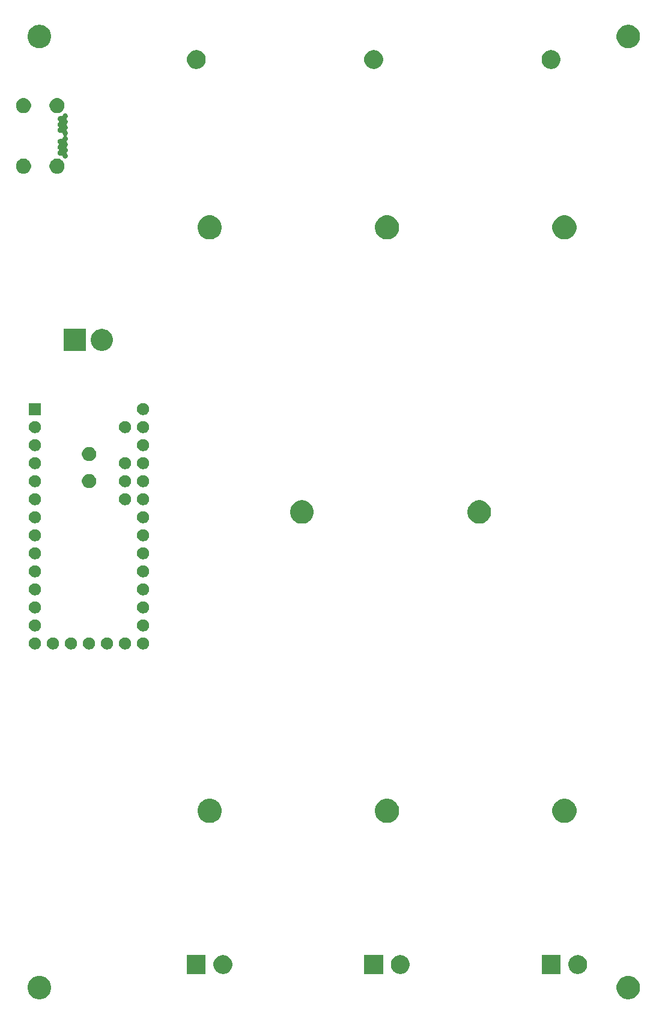
<source format=gbr>
G04 #@! TF.GenerationSoftware,KiCad,Pcbnew,(5.1.5)-3*
G04 #@! TF.CreationDate,2020-02-27T12:36:17+00:00*
G04 #@! TF.ProjectId,midi fader alps 100mm,6d696469-2066-4616-9465-7220616c7073,rev?*
G04 #@! TF.SameCoordinates,Original*
G04 #@! TF.FileFunction,Soldermask,Bot*
G04 #@! TF.FilePolarity,Negative*
%FSLAX46Y46*%
G04 Gerber Fmt 4.6, Leading zero omitted, Abs format (unit mm)*
G04 Created by KiCad (PCBNEW (5.1.5)-3) date 2020-02-27 12:36:17*
%MOMM*%
%LPD*%
G04 APERTURE LIST*
%ADD10C,0.100000*%
G04 APERTURE END LIST*
D10*
G36*
X207375256Y-184391298D02*
G01*
X207481579Y-184412447D01*
X207782042Y-184536903D01*
X208052451Y-184717585D01*
X208282415Y-184947549D01*
X208463097Y-185217958D01*
X208587553Y-185518421D01*
X208651000Y-185837391D01*
X208651000Y-186162609D01*
X208587553Y-186481579D01*
X208463097Y-186782042D01*
X208282415Y-187052451D01*
X208052451Y-187282415D01*
X207782042Y-187463097D01*
X207481579Y-187587553D01*
X207375256Y-187608702D01*
X207162611Y-187651000D01*
X206837389Y-187651000D01*
X206624744Y-187608702D01*
X206518421Y-187587553D01*
X206217958Y-187463097D01*
X205947549Y-187282415D01*
X205717585Y-187052451D01*
X205536903Y-186782042D01*
X205412447Y-186481579D01*
X205349000Y-186162609D01*
X205349000Y-185837391D01*
X205412447Y-185518421D01*
X205536903Y-185217958D01*
X205717585Y-184947549D01*
X205947549Y-184717585D01*
X206217958Y-184536903D01*
X206518421Y-184412447D01*
X206624744Y-184391298D01*
X206837389Y-184349000D01*
X207162611Y-184349000D01*
X207375256Y-184391298D01*
G37*
G36*
X124375256Y-184391298D02*
G01*
X124481579Y-184412447D01*
X124782042Y-184536903D01*
X125052451Y-184717585D01*
X125282415Y-184947549D01*
X125463097Y-185217958D01*
X125587553Y-185518421D01*
X125651000Y-185837391D01*
X125651000Y-186162609D01*
X125587553Y-186481579D01*
X125463097Y-186782042D01*
X125282415Y-187052451D01*
X125052451Y-187282415D01*
X124782042Y-187463097D01*
X124481579Y-187587553D01*
X124375256Y-187608702D01*
X124162611Y-187651000D01*
X123837389Y-187651000D01*
X123624744Y-187608702D01*
X123518421Y-187587553D01*
X123217958Y-187463097D01*
X122947549Y-187282415D01*
X122717585Y-187052451D01*
X122536903Y-186782042D01*
X122412447Y-186481579D01*
X122349000Y-186162609D01*
X122349000Y-185837391D01*
X122412447Y-185518421D01*
X122536903Y-185217958D01*
X122717585Y-184947549D01*
X122947549Y-184717585D01*
X123217958Y-184536903D01*
X123518421Y-184412447D01*
X123624744Y-184391298D01*
X123837389Y-184349000D01*
X124162611Y-184349000D01*
X124375256Y-184391298D01*
G37*
G36*
X200133690Y-181449478D02*
G01*
X200261780Y-181474957D01*
X200503097Y-181574914D01*
X200720276Y-181720029D01*
X200904971Y-181904724D01*
X201050086Y-182121903D01*
X201150043Y-182363220D01*
X201201000Y-182619400D01*
X201201000Y-182880600D01*
X201150043Y-183136780D01*
X201050086Y-183378097D01*
X200904971Y-183595276D01*
X200720276Y-183779971D01*
X200503097Y-183925086D01*
X200261780Y-184025043D01*
X200133690Y-184050521D01*
X200005601Y-184076000D01*
X199744399Y-184076000D01*
X199616310Y-184050522D01*
X199488220Y-184025043D01*
X199246903Y-183925086D01*
X199029724Y-183779971D01*
X198845029Y-183595276D01*
X198699914Y-183378097D01*
X198599957Y-183136780D01*
X198549000Y-182880600D01*
X198549000Y-182619400D01*
X198599957Y-182363220D01*
X198699914Y-182121903D01*
X198845029Y-181904724D01*
X199029724Y-181720029D01*
X199246903Y-181574914D01*
X199488220Y-181474957D01*
X199616310Y-181449478D01*
X199744399Y-181424000D01*
X200005601Y-181424000D01*
X200133690Y-181449478D01*
G37*
G36*
X197451000Y-184076000D02*
G01*
X194799000Y-184076000D01*
X194799000Y-181424000D01*
X197451000Y-181424000D01*
X197451000Y-184076000D01*
G37*
G36*
X175133690Y-181449478D02*
G01*
X175261780Y-181474957D01*
X175503097Y-181574914D01*
X175720276Y-181720029D01*
X175904971Y-181904724D01*
X176050086Y-182121903D01*
X176150043Y-182363220D01*
X176201000Y-182619400D01*
X176201000Y-182880600D01*
X176150043Y-183136780D01*
X176050086Y-183378097D01*
X175904971Y-183595276D01*
X175720276Y-183779971D01*
X175503097Y-183925086D01*
X175261780Y-184025043D01*
X175133690Y-184050521D01*
X175005601Y-184076000D01*
X174744399Y-184076000D01*
X174616310Y-184050522D01*
X174488220Y-184025043D01*
X174246903Y-183925086D01*
X174029724Y-183779971D01*
X173845029Y-183595276D01*
X173699914Y-183378097D01*
X173599957Y-183136780D01*
X173549000Y-182880600D01*
X173549000Y-182619400D01*
X173599957Y-182363220D01*
X173699914Y-182121903D01*
X173845029Y-181904724D01*
X174029724Y-181720029D01*
X174246903Y-181574914D01*
X174488220Y-181474957D01*
X174616310Y-181449478D01*
X174744399Y-181424000D01*
X175005601Y-181424000D01*
X175133690Y-181449478D01*
G37*
G36*
X172451000Y-184076000D02*
G01*
X169799000Y-184076000D01*
X169799000Y-181424000D01*
X172451000Y-181424000D01*
X172451000Y-184076000D01*
G37*
G36*
X150133690Y-181449478D02*
G01*
X150261780Y-181474957D01*
X150503097Y-181574914D01*
X150720276Y-181720029D01*
X150904971Y-181904724D01*
X151050086Y-182121903D01*
X151150043Y-182363220D01*
X151201000Y-182619400D01*
X151201000Y-182880600D01*
X151150043Y-183136780D01*
X151050086Y-183378097D01*
X150904971Y-183595276D01*
X150720276Y-183779971D01*
X150503097Y-183925086D01*
X150261780Y-184025043D01*
X150133690Y-184050521D01*
X150005601Y-184076000D01*
X149744399Y-184076000D01*
X149616310Y-184050522D01*
X149488220Y-184025043D01*
X149246903Y-183925086D01*
X149029724Y-183779971D01*
X148845029Y-183595276D01*
X148699914Y-183378097D01*
X148599957Y-183136780D01*
X148549000Y-182880600D01*
X148549000Y-182619400D01*
X148599957Y-182363220D01*
X148699914Y-182121903D01*
X148845029Y-181904724D01*
X149029724Y-181720029D01*
X149246903Y-181574914D01*
X149488220Y-181474957D01*
X149616310Y-181449478D01*
X149744399Y-181424000D01*
X150005601Y-181424000D01*
X150133690Y-181449478D01*
G37*
G36*
X147451000Y-184076000D02*
G01*
X144799000Y-184076000D01*
X144799000Y-181424000D01*
X147451000Y-181424000D01*
X147451000Y-184076000D01*
G37*
G36*
X148496162Y-159464368D02*
G01*
X148805724Y-159592593D01*
X148805725Y-159592594D01*
X149084324Y-159778747D01*
X149321253Y-160015676D01*
X149445637Y-160201830D01*
X149507407Y-160294276D01*
X149635632Y-160603838D01*
X149701000Y-160932465D01*
X149701000Y-161267535D01*
X149635632Y-161596162D01*
X149507407Y-161905724D01*
X149507406Y-161905725D01*
X149321253Y-162184324D01*
X149084324Y-162421253D01*
X148898170Y-162545637D01*
X148805724Y-162607407D01*
X148496162Y-162735632D01*
X148167535Y-162801000D01*
X147832465Y-162801000D01*
X147503838Y-162735632D01*
X147194276Y-162607407D01*
X147101830Y-162545637D01*
X146915676Y-162421253D01*
X146678747Y-162184324D01*
X146492594Y-161905725D01*
X146492593Y-161905724D01*
X146364368Y-161596162D01*
X146299000Y-161267535D01*
X146299000Y-160932465D01*
X146364368Y-160603838D01*
X146492593Y-160294276D01*
X146554363Y-160201830D01*
X146678747Y-160015676D01*
X146915676Y-159778747D01*
X147194275Y-159592594D01*
X147194276Y-159592593D01*
X147503838Y-159464368D01*
X147832465Y-159399000D01*
X148167535Y-159399000D01*
X148496162Y-159464368D01*
G37*
G36*
X173496162Y-159464368D02*
G01*
X173805724Y-159592593D01*
X173805725Y-159592594D01*
X174084324Y-159778747D01*
X174321253Y-160015676D01*
X174445637Y-160201830D01*
X174507407Y-160294276D01*
X174635632Y-160603838D01*
X174701000Y-160932465D01*
X174701000Y-161267535D01*
X174635632Y-161596162D01*
X174507407Y-161905724D01*
X174507406Y-161905725D01*
X174321253Y-162184324D01*
X174084324Y-162421253D01*
X173898170Y-162545637D01*
X173805724Y-162607407D01*
X173496162Y-162735632D01*
X173167535Y-162801000D01*
X172832465Y-162801000D01*
X172503838Y-162735632D01*
X172194276Y-162607407D01*
X172101830Y-162545637D01*
X171915676Y-162421253D01*
X171678747Y-162184324D01*
X171492594Y-161905725D01*
X171492593Y-161905724D01*
X171364368Y-161596162D01*
X171299000Y-161267535D01*
X171299000Y-160932465D01*
X171364368Y-160603838D01*
X171492593Y-160294276D01*
X171554363Y-160201830D01*
X171678747Y-160015676D01*
X171915676Y-159778747D01*
X172194275Y-159592594D01*
X172194276Y-159592593D01*
X172503838Y-159464368D01*
X172832465Y-159399000D01*
X173167535Y-159399000D01*
X173496162Y-159464368D01*
G37*
G36*
X198496162Y-159464368D02*
G01*
X198805724Y-159592593D01*
X198805725Y-159592594D01*
X199084324Y-159778747D01*
X199321253Y-160015676D01*
X199445637Y-160201830D01*
X199507407Y-160294276D01*
X199635632Y-160603838D01*
X199701000Y-160932465D01*
X199701000Y-161267535D01*
X199635632Y-161596162D01*
X199507407Y-161905724D01*
X199507406Y-161905725D01*
X199321253Y-162184324D01*
X199084324Y-162421253D01*
X198898170Y-162545637D01*
X198805724Y-162607407D01*
X198496162Y-162735632D01*
X198167535Y-162801000D01*
X197832465Y-162801000D01*
X197503838Y-162735632D01*
X197194276Y-162607407D01*
X197101830Y-162545637D01*
X196915676Y-162421253D01*
X196678747Y-162184324D01*
X196492594Y-161905725D01*
X196492593Y-161905724D01*
X196364368Y-161596162D01*
X196299000Y-161267535D01*
X196299000Y-160932465D01*
X196364368Y-160603838D01*
X196492593Y-160294276D01*
X196554363Y-160201830D01*
X196678747Y-160015676D01*
X196915676Y-159778747D01*
X197194275Y-159592594D01*
X197194276Y-159592593D01*
X197503838Y-159464368D01*
X197832465Y-159399000D01*
X198167535Y-159399000D01*
X198496162Y-159464368D01*
G37*
G36*
X138868228Y-136691703D02*
G01*
X139023100Y-136755853D01*
X139162481Y-136848985D01*
X139281015Y-136967519D01*
X139374147Y-137106900D01*
X139438297Y-137261772D01*
X139471000Y-137426184D01*
X139471000Y-137593816D01*
X139438297Y-137758228D01*
X139374147Y-137913100D01*
X139281015Y-138052481D01*
X139162481Y-138171015D01*
X139023100Y-138264147D01*
X138868228Y-138328297D01*
X138703816Y-138361000D01*
X138536184Y-138361000D01*
X138371772Y-138328297D01*
X138216900Y-138264147D01*
X138077519Y-138171015D01*
X137958985Y-138052481D01*
X137865853Y-137913100D01*
X137801703Y-137758228D01*
X137769000Y-137593816D01*
X137769000Y-137426184D01*
X137801703Y-137261772D01*
X137865853Y-137106900D01*
X137958985Y-136967519D01*
X138077519Y-136848985D01*
X138216900Y-136755853D01*
X138371772Y-136691703D01*
X138536184Y-136659000D01*
X138703816Y-136659000D01*
X138868228Y-136691703D01*
G37*
G36*
X131248228Y-136691703D02*
G01*
X131403100Y-136755853D01*
X131542481Y-136848985D01*
X131661015Y-136967519D01*
X131754147Y-137106900D01*
X131818297Y-137261772D01*
X131851000Y-137426184D01*
X131851000Y-137593816D01*
X131818297Y-137758228D01*
X131754147Y-137913100D01*
X131661015Y-138052481D01*
X131542481Y-138171015D01*
X131403100Y-138264147D01*
X131248228Y-138328297D01*
X131083816Y-138361000D01*
X130916184Y-138361000D01*
X130751772Y-138328297D01*
X130596900Y-138264147D01*
X130457519Y-138171015D01*
X130338985Y-138052481D01*
X130245853Y-137913100D01*
X130181703Y-137758228D01*
X130149000Y-137593816D01*
X130149000Y-137426184D01*
X130181703Y-137261772D01*
X130245853Y-137106900D01*
X130338985Y-136967519D01*
X130457519Y-136848985D01*
X130596900Y-136755853D01*
X130751772Y-136691703D01*
X130916184Y-136659000D01*
X131083816Y-136659000D01*
X131248228Y-136691703D01*
G37*
G36*
X133788228Y-136691703D02*
G01*
X133943100Y-136755853D01*
X134082481Y-136848985D01*
X134201015Y-136967519D01*
X134294147Y-137106900D01*
X134358297Y-137261772D01*
X134391000Y-137426184D01*
X134391000Y-137593816D01*
X134358297Y-137758228D01*
X134294147Y-137913100D01*
X134201015Y-138052481D01*
X134082481Y-138171015D01*
X133943100Y-138264147D01*
X133788228Y-138328297D01*
X133623816Y-138361000D01*
X133456184Y-138361000D01*
X133291772Y-138328297D01*
X133136900Y-138264147D01*
X132997519Y-138171015D01*
X132878985Y-138052481D01*
X132785853Y-137913100D01*
X132721703Y-137758228D01*
X132689000Y-137593816D01*
X132689000Y-137426184D01*
X132721703Y-137261772D01*
X132785853Y-137106900D01*
X132878985Y-136967519D01*
X132997519Y-136848985D01*
X133136900Y-136755853D01*
X133291772Y-136691703D01*
X133456184Y-136659000D01*
X133623816Y-136659000D01*
X133788228Y-136691703D01*
G37*
G36*
X136328228Y-136691703D02*
G01*
X136483100Y-136755853D01*
X136622481Y-136848985D01*
X136741015Y-136967519D01*
X136834147Y-137106900D01*
X136898297Y-137261772D01*
X136931000Y-137426184D01*
X136931000Y-137593816D01*
X136898297Y-137758228D01*
X136834147Y-137913100D01*
X136741015Y-138052481D01*
X136622481Y-138171015D01*
X136483100Y-138264147D01*
X136328228Y-138328297D01*
X136163816Y-138361000D01*
X135996184Y-138361000D01*
X135831772Y-138328297D01*
X135676900Y-138264147D01*
X135537519Y-138171015D01*
X135418985Y-138052481D01*
X135325853Y-137913100D01*
X135261703Y-137758228D01*
X135229000Y-137593816D01*
X135229000Y-137426184D01*
X135261703Y-137261772D01*
X135325853Y-137106900D01*
X135418985Y-136967519D01*
X135537519Y-136848985D01*
X135676900Y-136755853D01*
X135831772Y-136691703D01*
X135996184Y-136659000D01*
X136163816Y-136659000D01*
X136328228Y-136691703D01*
G37*
G36*
X128708228Y-136691703D02*
G01*
X128863100Y-136755853D01*
X129002481Y-136848985D01*
X129121015Y-136967519D01*
X129214147Y-137106900D01*
X129278297Y-137261772D01*
X129311000Y-137426184D01*
X129311000Y-137593816D01*
X129278297Y-137758228D01*
X129214147Y-137913100D01*
X129121015Y-138052481D01*
X129002481Y-138171015D01*
X128863100Y-138264147D01*
X128708228Y-138328297D01*
X128543816Y-138361000D01*
X128376184Y-138361000D01*
X128211772Y-138328297D01*
X128056900Y-138264147D01*
X127917519Y-138171015D01*
X127798985Y-138052481D01*
X127705853Y-137913100D01*
X127641703Y-137758228D01*
X127609000Y-137593816D01*
X127609000Y-137426184D01*
X127641703Y-137261772D01*
X127705853Y-137106900D01*
X127798985Y-136967519D01*
X127917519Y-136848985D01*
X128056900Y-136755853D01*
X128211772Y-136691703D01*
X128376184Y-136659000D01*
X128543816Y-136659000D01*
X128708228Y-136691703D01*
G37*
G36*
X126168228Y-136691703D02*
G01*
X126323100Y-136755853D01*
X126462481Y-136848985D01*
X126581015Y-136967519D01*
X126674147Y-137106900D01*
X126738297Y-137261772D01*
X126771000Y-137426184D01*
X126771000Y-137593816D01*
X126738297Y-137758228D01*
X126674147Y-137913100D01*
X126581015Y-138052481D01*
X126462481Y-138171015D01*
X126323100Y-138264147D01*
X126168228Y-138328297D01*
X126003816Y-138361000D01*
X125836184Y-138361000D01*
X125671772Y-138328297D01*
X125516900Y-138264147D01*
X125377519Y-138171015D01*
X125258985Y-138052481D01*
X125165853Y-137913100D01*
X125101703Y-137758228D01*
X125069000Y-137593816D01*
X125069000Y-137426184D01*
X125101703Y-137261772D01*
X125165853Y-137106900D01*
X125258985Y-136967519D01*
X125377519Y-136848985D01*
X125516900Y-136755853D01*
X125671772Y-136691703D01*
X125836184Y-136659000D01*
X126003816Y-136659000D01*
X126168228Y-136691703D01*
G37*
G36*
X123628228Y-136691703D02*
G01*
X123783100Y-136755853D01*
X123922481Y-136848985D01*
X124041015Y-136967519D01*
X124134147Y-137106900D01*
X124198297Y-137261772D01*
X124231000Y-137426184D01*
X124231000Y-137593816D01*
X124198297Y-137758228D01*
X124134147Y-137913100D01*
X124041015Y-138052481D01*
X123922481Y-138171015D01*
X123783100Y-138264147D01*
X123628228Y-138328297D01*
X123463816Y-138361000D01*
X123296184Y-138361000D01*
X123131772Y-138328297D01*
X122976900Y-138264147D01*
X122837519Y-138171015D01*
X122718985Y-138052481D01*
X122625853Y-137913100D01*
X122561703Y-137758228D01*
X122529000Y-137593816D01*
X122529000Y-137426184D01*
X122561703Y-137261772D01*
X122625853Y-137106900D01*
X122718985Y-136967519D01*
X122837519Y-136848985D01*
X122976900Y-136755853D01*
X123131772Y-136691703D01*
X123296184Y-136659000D01*
X123463816Y-136659000D01*
X123628228Y-136691703D01*
G37*
G36*
X123628228Y-134151703D02*
G01*
X123783100Y-134215853D01*
X123922481Y-134308985D01*
X124041015Y-134427519D01*
X124134147Y-134566900D01*
X124198297Y-134721772D01*
X124231000Y-134886184D01*
X124231000Y-135053816D01*
X124198297Y-135218228D01*
X124134147Y-135373100D01*
X124041015Y-135512481D01*
X123922481Y-135631015D01*
X123783100Y-135724147D01*
X123628228Y-135788297D01*
X123463816Y-135821000D01*
X123296184Y-135821000D01*
X123131772Y-135788297D01*
X122976900Y-135724147D01*
X122837519Y-135631015D01*
X122718985Y-135512481D01*
X122625853Y-135373100D01*
X122561703Y-135218228D01*
X122529000Y-135053816D01*
X122529000Y-134886184D01*
X122561703Y-134721772D01*
X122625853Y-134566900D01*
X122718985Y-134427519D01*
X122837519Y-134308985D01*
X122976900Y-134215853D01*
X123131772Y-134151703D01*
X123296184Y-134119000D01*
X123463816Y-134119000D01*
X123628228Y-134151703D01*
G37*
G36*
X138868228Y-134151703D02*
G01*
X139023100Y-134215853D01*
X139162481Y-134308985D01*
X139281015Y-134427519D01*
X139374147Y-134566900D01*
X139438297Y-134721772D01*
X139471000Y-134886184D01*
X139471000Y-135053816D01*
X139438297Y-135218228D01*
X139374147Y-135373100D01*
X139281015Y-135512481D01*
X139162481Y-135631015D01*
X139023100Y-135724147D01*
X138868228Y-135788297D01*
X138703816Y-135821000D01*
X138536184Y-135821000D01*
X138371772Y-135788297D01*
X138216900Y-135724147D01*
X138077519Y-135631015D01*
X137958985Y-135512481D01*
X137865853Y-135373100D01*
X137801703Y-135218228D01*
X137769000Y-135053816D01*
X137769000Y-134886184D01*
X137801703Y-134721772D01*
X137865853Y-134566900D01*
X137958985Y-134427519D01*
X138077519Y-134308985D01*
X138216900Y-134215853D01*
X138371772Y-134151703D01*
X138536184Y-134119000D01*
X138703816Y-134119000D01*
X138868228Y-134151703D01*
G37*
G36*
X138868228Y-131611703D02*
G01*
X139023100Y-131675853D01*
X139162481Y-131768985D01*
X139281015Y-131887519D01*
X139374147Y-132026900D01*
X139438297Y-132181772D01*
X139471000Y-132346184D01*
X139471000Y-132513816D01*
X139438297Y-132678228D01*
X139374147Y-132833100D01*
X139281015Y-132972481D01*
X139162481Y-133091015D01*
X139023100Y-133184147D01*
X138868228Y-133248297D01*
X138703816Y-133281000D01*
X138536184Y-133281000D01*
X138371772Y-133248297D01*
X138216900Y-133184147D01*
X138077519Y-133091015D01*
X137958985Y-132972481D01*
X137865853Y-132833100D01*
X137801703Y-132678228D01*
X137769000Y-132513816D01*
X137769000Y-132346184D01*
X137801703Y-132181772D01*
X137865853Y-132026900D01*
X137958985Y-131887519D01*
X138077519Y-131768985D01*
X138216900Y-131675853D01*
X138371772Y-131611703D01*
X138536184Y-131579000D01*
X138703816Y-131579000D01*
X138868228Y-131611703D01*
G37*
G36*
X123628228Y-131611703D02*
G01*
X123783100Y-131675853D01*
X123922481Y-131768985D01*
X124041015Y-131887519D01*
X124134147Y-132026900D01*
X124198297Y-132181772D01*
X124231000Y-132346184D01*
X124231000Y-132513816D01*
X124198297Y-132678228D01*
X124134147Y-132833100D01*
X124041015Y-132972481D01*
X123922481Y-133091015D01*
X123783100Y-133184147D01*
X123628228Y-133248297D01*
X123463816Y-133281000D01*
X123296184Y-133281000D01*
X123131772Y-133248297D01*
X122976900Y-133184147D01*
X122837519Y-133091015D01*
X122718985Y-132972481D01*
X122625853Y-132833100D01*
X122561703Y-132678228D01*
X122529000Y-132513816D01*
X122529000Y-132346184D01*
X122561703Y-132181772D01*
X122625853Y-132026900D01*
X122718985Y-131887519D01*
X122837519Y-131768985D01*
X122976900Y-131675853D01*
X123131772Y-131611703D01*
X123296184Y-131579000D01*
X123463816Y-131579000D01*
X123628228Y-131611703D01*
G37*
G36*
X138868228Y-129071703D02*
G01*
X139023100Y-129135853D01*
X139162481Y-129228985D01*
X139281015Y-129347519D01*
X139374147Y-129486900D01*
X139438297Y-129641772D01*
X139471000Y-129806184D01*
X139471000Y-129973816D01*
X139438297Y-130138228D01*
X139374147Y-130293100D01*
X139281015Y-130432481D01*
X139162481Y-130551015D01*
X139023100Y-130644147D01*
X138868228Y-130708297D01*
X138703816Y-130741000D01*
X138536184Y-130741000D01*
X138371772Y-130708297D01*
X138216900Y-130644147D01*
X138077519Y-130551015D01*
X137958985Y-130432481D01*
X137865853Y-130293100D01*
X137801703Y-130138228D01*
X137769000Y-129973816D01*
X137769000Y-129806184D01*
X137801703Y-129641772D01*
X137865853Y-129486900D01*
X137958985Y-129347519D01*
X138077519Y-129228985D01*
X138216900Y-129135853D01*
X138371772Y-129071703D01*
X138536184Y-129039000D01*
X138703816Y-129039000D01*
X138868228Y-129071703D01*
G37*
G36*
X123628228Y-129071703D02*
G01*
X123783100Y-129135853D01*
X123922481Y-129228985D01*
X124041015Y-129347519D01*
X124134147Y-129486900D01*
X124198297Y-129641772D01*
X124231000Y-129806184D01*
X124231000Y-129973816D01*
X124198297Y-130138228D01*
X124134147Y-130293100D01*
X124041015Y-130432481D01*
X123922481Y-130551015D01*
X123783100Y-130644147D01*
X123628228Y-130708297D01*
X123463816Y-130741000D01*
X123296184Y-130741000D01*
X123131772Y-130708297D01*
X122976900Y-130644147D01*
X122837519Y-130551015D01*
X122718985Y-130432481D01*
X122625853Y-130293100D01*
X122561703Y-130138228D01*
X122529000Y-129973816D01*
X122529000Y-129806184D01*
X122561703Y-129641772D01*
X122625853Y-129486900D01*
X122718985Y-129347519D01*
X122837519Y-129228985D01*
X122976900Y-129135853D01*
X123131772Y-129071703D01*
X123296184Y-129039000D01*
X123463816Y-129039000D01*
X123628228Y-129071703D01*
G37*
G36*
X123628228Y-126531703D02*
G01*
X123783100Y-126595853D01*
X123922481Y-126688985D01*
X124041015Y-126807519D01*
X124134147Y-126946900D01*
X124198297Y-127101772D01*
X124231000Y-127266184D01*
X124231000Y-127433816D01*
X124198297Y-127598228D01*
X124134147Y-127753100D01*
X124041015Y-127892481D01*
X123922481Y-128011015D01*
X123783100Y-128104147D01*
X123628228Y-128168297D01*
X123463816Y-128201000D01*
X123296184Y-128201000D01*
X123131772Y-128168297D01*
X122976900Y-128104147D01*
X122837519Y-128011015D01*
X122718985Y-127892481D01*
X122625853Y-127753100D01*
X122561703Y-127598228D01*
X122529000Y-127433816D01*
X122529000Y-127266184D01*
X122561703Y-127101772D01*
X122625853Y-126946900D01*
X122718985Y-126807519D01*
X122837519Y-126688985D01*
X122976900Y-126595853D01*
X123131772Y-126531703D01*
X123296184Y-126499000D01*
X123463816Y-126499000D01*
X123628228Y-126531703D01*
G37*
G36*
X138868228Y-126531703D02*
G01*
X139023100Y-126595853D01*
X139162481Y-126688985D01*
X139281015Y-126807519D01*
X139374147Y-126946900D01*
X139438297Y-127101772D01*
X139471000Y-127266184D01*
X139471000Y-127433816D01*
X139438297Y-127598228D01*
X139374147Y-127753100D01*
X139281015Y-127892481D01*
X139162481Y-128011015D01*
X139023100Y-128104147D01*
X138868228Y-128168297D01*
X138703816Y-128201000D01*
X138536184Y-128201000D01*
X138371772Y-128168297D01*
X138216900Y-128104147D01*
X138077519Y-128011015D01*
X137958985Y-127892481D01*
X137865853Y-127753100D01*
X137801703Y-127598228D01*
X137769000Y-127433816D01*
X137769000Y-127266184D01*
X137801703Y-127101772D01*
X137865853Y-126946900D01*
X137958985Y-126807519D01*
X138077519Y-126688985D01*
X138216900Y-126595853D01*
X138371772Y-126531703D01*
X138536184Y-126499000D01*
X138703816Y-126499000D01*
X138868228Y-126531703D01*
G37*
G36*
X138868228Y-123991703D02*
G01*
X139023100Y-124055853D01*
X139162481Y-124148985D01*
X139281015Y-124267519D01*
X139374147Y-124406900D01*
X139438297Y-124561772D01*
X139471000Y-124726184D01*
X139471000Y-124893816D01*
X139438297Y-125058228D01*
X139374147Y-125213100D01*
X139281015Y-125352481D01*
X139162481Y-125471015D01*
X139023100Y-125564147D01*
X138868228Y-125628297D01*
X138703816Y-125661000D01*
X138536184Y-125661000D01*
X138371772Y-125628297D01*
X138216900Y-125564147D01*
X138077519Y-125471015D01*
X137958985Y-125352481D01*
X137865853Y-125213100D01*
X137801703Y-125058228D01*
X137769000Y-124893816D01*
X137769000Y-124726184D01*
X137801703Y-124561772D01*
X137865853Y-124406900D01*
X137958985Y-124267519D01*
X138077519Y-124148985D01*
X138216900Y-124055853D01*
X138371772Y-123991703D01*
X138536184Y-123959000D01*
X138703816Y-123959000D01*
X138868228Y-123991703D01*
G37*
G36*
X123628228Y-123991703D02*
G01*
X123783100Y-124055853D01*
X123922481Y-124148985D01*
X124041015Y-124267519D01*
X124134147Y-124406900D01*
X124198297Y-124561772D01*
X124231000Y-124726184D01*
X124231000Y-124893816D01*
X124198297Y-125058228D01*
X124134147Y-125213100D01*
X124041015Y-125352481D01*
X123922481Y-125471015D01*
X123783100Y-125564147D01*
X123628228Y-125628297D01*
X123463816Y-125661000D01*
X123296184Y-125661000D01*
X123131772Y-125628297D01*
X122976900Y-125564147D01*
X122837519Y-125471015D01*
X122718985Y-125352481D01*
X122625853Y-125213100D01*
X122561703Y-125058228D01*
X122529000Y-124893816D01*
X122529000Y-124726184D01*
X122561703Y-124561772D01*
X122625853Y-124406900D01*
X122718985Y-124267519D01*
X122837519Y-124148985D01*
X122976900Y-124055853D01*
X123131772Y-123991703D01*
X123296184Y-123959000D01*
X123463816Y-123959000D01*
X123628228Y-123991703D01*
G37*
G36*
X123628228Y-121451703D02*
G01*
X123783100Y-121515853D01*
X123922481Y-121608985D01*
X124041015Y-121727519D01*
X124134147Y-121866900D01*
X124198297Y-122021772D01*
X124231000Y-122186184D01*
X124231000Y-122353816D01*
X124198297Y-122518228D01*
X124134147Y-122673100D01*
X124041015Y-122812481D01*
X123922481Y-122931015D01*
X123783100Y-123024147D01*
X123628228Y-123088297D01*
X123463816Y-123121000D01*
X123296184Y-123121000D01*
X123131772Y-123088297D01*
X122976900Y-123024147D01*
X122837519Y-122931015D01*
X122718985Y-122812481D01*
X122625853Y-122673100D01*
X122561703Y-122518228D01*
X122529000Y-122353816D01*
X122529000Y-122186184D01*
X122561703Y-122021772D01*
X122625853Y-121866900D01*
X122718985Y-121727519D01*
X122837519Y-121608985D01*
X122976900Y-121515853D01*
X123131772Y-121451703D01*
X123296184Y-121419000D01*
X123463816Y-121419000D01*
X123628228Y-121451703D01*
G37*
G36*
X138868228Y-121451703D02*
G01*
X139023100Y-121515853D01*
X139162481Y-121608985D01*
X139281015Y-121727519D01*
X139374147Y-121866900D01*
X139438297Y-122021772D01*
X139471000Y-122186184D01*
X139471000Y-122353816D01*
X139438297Y-122518228D01*
X139374147Y-122673100D01*
X139281015Y-122812481D01*
X139162481Y-122931015D01*
X139023100Y-123024147D01*
X138868228Y-123088297D01*
X138703816Y-123121000D01*
X138536184Y-123121000D01*
X138371772Y-123088297D01*
X138216900Y-123024147D01*
X138077519Y-122931015D01*
X137958985Y-122812481D01*
X137865853Y-122673100D01*
X137801703Y-122518228D01*
X137769000Y-122353816D01*
X137769000Y-122186184D01*
X137801703Y-122021772D01*
X137865853Y-121866900D01*
X137958985Y-121727519D01*
X138077519Y-121608985D01*
X138216900Y-121515853D01*
X138371772Y-121451703D01*
X138536184Y-121419000D01*
X138703816Y-121419000D01*
X138868228Y-121451703D01*
G37*
G36*
X161375256Y-117391298D02*
G01*
X161481579Y-117412447D01*
X161782042Y-117536903D01*
X162052451Y-117717585D01*
X162282415Y-117947549D01*
X162463097Y-118217958D01*
X162587553Y-118518421D01*
X162651000Y-118837391D01*
X162651000Y-119162609D01*
X162587553Y-119481579D01*
X162463097Y-119782042D01*
X162282415Y-120052451D01*
X162052451Y-120282415D01*
X161782042Y-120463097D01*
X161782041Y-120463098D01*
X161782040Y-120463098D01*
X161694037Y-120499550D01*
X161481579Y-120587553D01*
X161375256Y-120608702D01*
X161162611Y-120651000D01*
X160837389Y-120651000D01*
X160624744Y-120608702D01*
X160518421Y-120587553D01*
X160305963Y-120499550D01*
X160217960Y-120463098D01*
X160217959Y-120463098D01*
X160217958Y-120463097D01*
X159947549Y-120282415D01*
X159717585Y-120052451D01*
X159536903Y-119782042D01*
X159412447Y-119481579D01*
X159349000Y-119162609D01*
X159349000Y-118837391D01*
X159412447Y-118518421D01*
X159536903Y-118217958D01*
X159717585Y-117947549D01*
X159947549Y-117717585D01*
X160217958Y-117536903D01*
X160518421Y-117412447D01*
X160624744Y-117391298D01*
X160837389Y-117349000D01*
X161162611Y-117349000D01*
X161375256Y-117391298D01*
G37*
G36*
X186375256Y-117391298D02*
G01*
X186481579Y-117412447D01*
X186782042Y-117536903D01*
X187052451Y-117717585D01*
X187282415Y-117947549D01*
X187463097Y-118217958D01*
X187587553Y-118518421D01*
X187651000Y-118837391D01*
X187651000Y-119162609D01*
X187587553Y-119481579D01*
X187463097Y-119782042D01*
X187282415Y-120052451D01*
X187052451Y-120282415D01*
X186782042Y-120463097D01*
X186782041Y-120463098D01*
X186782040Y-120463098D01*
X186694037Y-120499550D01*
X186481579Y-120587553D01*
X186375256Y-120608702D01*
X186162611Y-120651000D01*
X185837389Y-120651000D01*
X185624744Y-120608702D01*
X185518421Y-120587553D01*
X185305963Y-120499550D01*
X185217960Y-120463098D01*
X185217959Y-120463098D01*
X185217958Y-120463097D01*
X184947549Y-120282415D01*
X184717585Y-120052451D01*
X184536903Y-119782042D01*
X184412447Y-119481579D01*
X184349000Y-119162609D01*
X184349000Y-118837391D01*
X184412447Y-118518421D01*
X184536903Y-118217958D01*
X184717585Y-117947549D01*
X184947549Y-117717585D01*
X185217958Y-117536903D01*
X185518421Y-117412447D01*
X185624744Y-117391298D01*
X185837389Y-117349000D01*
X186162611Y-117349000D01*
X186375256Y-117391298D01*
G37*
G36*
X138868228Y-118911703D02*
G01*
X139023100Y-118975853D01*
X139162481Y-119068985D01*
X139281015Y-119187519D01*
X139374147Y-119326900D01*
X139438297Y-119481772D01*
X139471000Y-119646184D01*
X139471000Y-119813816D01*
X139438297Y-119978228D01*
X139374147Y-120133100D01*
X139281015Y-120272481D01*
X139162481Y-120391015D01*
X139023100Y-120484147D01*
X138868228Y-120548297D01*
X138703816Y-120581000D01*
X138536184Y-120581000D01*
X138371772Y-120548297D01*
X138216900Y-120484147D01*
X138077519Y-120391015D01*
X137958985Y-120272481D01*
X137865853Y-120133100D01*
X137801703Y-119978228D01*
X137769000Y-119813816D01*
X137769000Y-119646184D01*
X137801703Y-119481772D01*
X137865853Y-119326900D01*
X137958985Y-119187519D01*
X138077519Y-119068985D01*
X138216900Y-118975853D01*
X138371772Y-118911703D01*
X138536184Y-118879000D01*
X138703816Y-118879000D01*
X138868228Y-118911703D01*
G37*
G36*
X123628228Y-118911703D02*
G01*
X123783100Y-118975853D01*
X123922481Y-119068985D01*
X124041015Y-119187519D01*
X124134147Y-119326900D01*
X124198297Y-119481772D01*
X124231000Y-119646184D01*
X124231000Y-119813816D01*
X124198297Y-119978228D01*
X124134147Y-120133100D01*
X124041015Y-120272481D01*
X123922481Y-120391015D01*
X123783100Y-120484147D01*
X123628228Y-120548297D01*
X123463816Y-120581000D01*
X123296184Y-120581000D01*
X123131772Y-120548297D01*
X122976900Y-120484147D01*
X122837519Y-120391015D01*
X122718985Y-120272481D01*
X122625853Y-120133100D01*
X122561703Y-119978228D01*
X122529000Y-119813816D01*
X122529000Y-119646184D01*
X122561703Y-119481772D01*
X122625853Y-119326900D01*
X122718985Y-119187519D01*
X122837519Y-119068985D01*
X122976900Y-118975853D01*
X123131772Y-118911703D01*
X123296184Y-118879000D01*
X123463816Y-118879000D01*
X123628228Y-118911703D01*
G37*
G36*
X123628228Y-116371703D02*
G01*
X123783100Y-116435853D01*
X123922481Y-116528985D01*
X124041015Y-116647519D01*
X124134147Y-116786900D01*
X124198297Y-116941772D01*
X124231000Y-117106184D01*
X124231000Y-117273816D01*
X124198297Y-117438228D01*
X124134147Y-117593100D01*
X124041015Y-117732481D01*
X123922481Y-117851015D01*
X123783100Y-117944147D01*
X123628228Y-118008297D01*
X123463816Y-118041000D01*
X123296184Y-118041000D01*
X123131772Y-118008297D01*
X122976900Y-117944147D01*
X122837519Y-117851015D01*
X122718985Y-117732481D01*
X122625853Y-117593100D01*
X122561703Y-117438228D01*
X122529000Y-117273816D01*
X122529000Y-117106184D01*
X122561703Y-116941772D01*
X122625853Y-116786900D01*
X122718985Y-116647519D01*
X122837519Y-116528985D01*
X122976900Y-116435853D01*
X123131772Y-116371703D01*
X123296184Y-116339000D01*
X123463816Y-116339000D01*
X123628228Y-116371703D01*
G37*
G36*
X136328228Y-116371703D02*
G01*
X136483100Y-116435853D01*
X136622481Y-116528985D01*
X136741015Y-116647519D01*
X136834147Y-116786900D01*
X136898297Y-116941772D01*
X136931000Y-117106184D01*
X136931000Y-117273816D01*
X136898297Y-117438228D01*
X136834147Y-117593100D01*
X136741015Y-117732481D01*
X136622481Y-117851015D01*
X136483100Y-117944147D01*
X136328228Y-118008297D01*
X136163816Y-118041000D01*
X135996184Y-118041000D01*
X135831772Y-118008297D01*
X135676900Y-117944147D01*
X135537519Y-117851015D01*
X135418985Y-117732481D01*
X135325853Y-117593100D01*
X135261703Y-117438228D01*
X135229000Y-117273816D01*
X135229000Y-117106184D01*
X135261703Y-116941772D01*
X135325853Y-116786900D01*
X135418985Y-116647519D01*
X135537519Y-116528985D01*
X135676900Y-116435853D01*
X135831772Y-116371703D01*
X135996184Y-116339000D01*
X136163816Y-116339000D01*
X136328228Y-116371703D01*
G37*
G36*
X138868228Y-116371703D02*
G01*
X139023100Y-116435853D01*
X139162481Y-116528985D01*
X139281015Y-116647519D01*
X139374147Y-116786900D01*
X139438297Y-116941772D01*
X139471000Y-117106184D01*
X139471000Y-117273816D01*
X139438297Y-117438228D01*
X139374147Y-117593100D01*
X139281015Y-117732481D01*
X139162481Y-117851015D01*
X139023100Y-117944147D01*
X138868228Y-118008297D01*
X138703816Y-118041000D01*
X138536184Y-118041000D01*
X138371772Y-118008297D01*
X138216900Y-117944147D01*
X138077519Y-117851015D01*
X137958985Y-117732481D01*
X137865853Y-117593100D01*
X137801703Y-117438228D01*
X137769000Y-117273816D01*
X137769000Y-117106184D01*
X137801703Y-116941772D01*
X137865853Y-116786900D01*
X137958985Y-116647519D01*
X138077519Y-116528985D01*
X138216900Y-116435853D01*
X138371772Y-116371703D01*
X138536184Y-116339000D01*
X138703816Y-116339000D01*
X138868228Y-116371703D01*
G37*
G36*
X131195285Y-113668234D02*
G01*
X131291981Y-113687468D01*
X131474151Y-113762926D01*
X131638100Y-113872473D01*
X131777527Y-114011900D01*
X131887074Y-114175849D01*
X131962532Y-114358019D01*
X132001000Y-114551410D01*
X132001000Y-114748590D01*
X131962532Y-114941981D01*
X131887074Y-115124151D01*
X131777527Y-115288100D01*
X131638100Y-115427527D01*
X131474151Y-115537074D01*
X131291981Y-115612532D01*
X131195285Y-115631766D01*
X131098591Y-115651000D01*
X130901409Y-115651000D01*
X130804715Y-115631766D01*
X130708019Y-115612532D01*
X130525849Y-115537074D01*
X130361900Y-115427527D01*
X130222473Y-115288100D01*
X130112926Y-115124151D01*
X130037468Y-114941981D01*
X129999000Y-114748590D01*
X129999000Y-114551410D01*
X130037468Y-114358019D01*
X130112926Y-114175849D01*
X130222473Y-114011900D01*
X130361900Y-113872473D01*
X130525849Y-113762926D01*
X130708019Y-113687468D01*
X130804715Y-113668234D01*
X130901409Y-113649000D01*
X131098591Y-113649000D01*
X131195285Y-113668234D01*
G37*
G36*
X123628228Y-113831703D02*
G01*
X123783100Y-113895853D01*
X123922481Y-113988985D01*
X124041015Y-114107519D01*
X124134147Y-114246900D01*
X124198297Y-114401772D01*
X124231000Y-114566184D01*
X124231000Y-114733816D01*
X124198297Y-114898228D01*
X124134147Y-115053100D01*
X124041015Y-115192481D01*
X123922481Y-115311015D01*
X123783100Y-115404147D01*
X123628228Y-115468297D01*
X123463816Y-115501000D01*
X123296184Y-115501000D01*
X123131772Y-115468297D01*
X122976900Y-115404147D01*
X122837519Y-115311015D01*
X122718985Y-115192481D01*
X122625853Y-115053100D01*
X122561703Y-114898228D01*
X122529000Y-114733816D01*
X122529000Y-114566184D01*
X122561703Y-114401772D01*
X122625853Y-114246900D01*
X122718985Y-114107519D01*
X122837519Y-113988985D01*
X122976900Y-113895853D01*
X123131772Y-113831703D01*
X123296184Y-113799000D01*
X123463816Y-113799000D01*
X123628228Y-113831703D01*
G37*
G36*
X138868228Y-113831703D02*
G01*
X139023100Y-113895853D01*
X139162481Y-113988985D01*
X139281015Y-114107519D01*
X139374147Y-114246900D01*
X139438297Y-114401772D01*
X139471000Y-114566184D01*
X139471000Y-114733816D01*
X139438297Y-114898228D01*
X139374147Y-115053100D01*
X139281015Y-115192481D01*
X139162481Y-115311015D01*
X139023100Y-115404147D01*
X138868228Y-115468297D01*
X138703816Y-115501000D01*
X138536184Y-115501000D01*
X138371772Y-115468297D01*
X138216900Y-115404147D01*
X138077519Y-115311015D01*
X137958985Y-115192481D01*
X137865853Y-115053100D01*
X137801703Y-114898228D01*
X137769000Y-114733816D01*
X137769000Y-114566184D01*
X137801703Y-114401772D01*
X137865853Y-114246900D01*
X137958985Y-114107519D01*
X138077519Y-113988985D01*
X138216900Y-113895853D01*
X138371772Y-113831703D01*
X138536184Y-113799000D01*
X138703816Y-113799000D01*
X138868228Y-113831703D01*
G37*
G36*
X136328228Y-113831703D02*
G01*
X136483100Y-113895853D01*
X136622481Y-113988985D01*
X136741015Y-114107519D01*
X136834147Y-114246900D01*
X136898297Y-114401772D01*
X136931000Y-114566184D01*
X136931000Y-114733816D01*
X136898297Y-114898228D01*
X136834147Y-115053100D01*
X136741015Y-115192481D01*
X136622481Y-115311015D01*
X136483100Y-115404147D01*
X136328228Y-115468297D01*
X136163816Y-115501000D01*
X135996184Y-115501000D01*
X135831772Y-115468297D01*
X135676900Y-115404147D01*
X135537519Y-115311015D01*
X135418985Y-115192481D01*
X135325853Y-115053100D01*
X135261703Y-114898228D01*
X135229000Y-114733816D01*
X135229000Y-114566184D01*
X135261703Y-114401772D01*
X135325853Y-114246900D01*
X135418985Y-114107519D01*
X135537519Y-113988985D01*
X135676900Y-113895853D01*
X135831772Y-113831703D01*
X135996184Y-113799000D01*
X136163816Y-113799000D01*
X136328228Y-113831703D01*
G37*
G36*
X138868228Y-111291703D02*
G01*
X139023100Y-111355853D01*
X139162481Y-111448985D01*
X139281015Y-111567519D01*
X139374147Y-111706900D01*
X139438297Y-111861772D01*
X139471000Y-112026184D01*
X139471000Y-112193816D01*
X139438297Y-112358228D01*
X139374147Y-112513100D01*
X139281015Y-112652481D01*
X139162481Y-112771015D01*
X139023100Y-112864147D01*
X138868228Y-112928297D01*
X138703816Y-112961000D01*
X138536184Y-112961000D01*
X138371772Y-112928297D01*
X138216900Y-112864147D01*
X138077519Y-112771015D01*
X137958985Y-112652481D01*
X137865853Y-112513100D01*
X137801703Y-112358228D01*
X137769000Y-112193816D01*
X137769000Y-112026184D01*
X137801703Y-111861772D01*
X137865853Y-111706900D01*
X137958985Y-111567519D01*
X138077519Y-111448985D01*
X138216900Y-111355853D01*
X138371772Y-111291703D01*
X138536184Y-111259000D01*
X138703816Y-111259000D01*
X138868228Y-111291703D01*
G37*
G36*
X136328228Y-111291703D02*
G01*
X136483100Y-111355853D01*
X136622481Y-111448985D01*
X136741015Y-111567519D01*
X136834147Y-111706900D01*
X136898297Y-111861772D01*
X136931000Y-112026184D01*
X136931000Y-112193816D01*
X136898297Y-112358228D01*
X136834147Y-112513100D01*
X136741015Y-112652481D01*
X136622481Y-112771015D01*
X136483100Y-112864147D01*
X136328228Y-112928297D01*
X136163816Y-112961000D01*
X135996184Y-112961000D01*
X135831772Y-112928297D01*
X135676900Y-112864147D01*
X135537519Y-112771015D01*
X135418985Y-112652481D01*
X135325853Y-112513100D01*
X135261703Y-112358228D01*
X135229000Y-112193816D01*
X135229000Y-112026184D01*
X135261703Y-111861772D01*
X135325853Y-111706900D01*
X135418985Y-111567519D01*
X135537519Y-111448985D01*
X135676900Y-111355853D01*
X135831772Y-111291703D01*
X135996184Y-111259000D01*
X136163816Y-111259000D01*
X136328228Y-111291703D01*
G37*
G36*
X123628228Y-111291703D02*
G01*
X123783100Y-111355853D01*
X123922481Y-111448985D01*
X124041015Y-111567519D01*
X124134147Y-111706900D01*
X124198297Y-111861772D01*
X124231000Y-112026184D01*
X124231000Y-112193816D01*
X124198297Y-112358228D01*
X124134147Y-112513100D01*
X124041015Y-112652481D01*
X123922481Y-112771015D01*
X123783100Y-112864147D01*
X123628228Y-112928297D01*
X123463816Y-112961000D01*
X123296184Y-112961000D01*
X123131772Y-112928297D01*
X122976900Y-112864147D01*
X122837519Y-112771015D01*
X122718985Y-112652481D01*
X122625853Y-112513100D01*
X122561703Y-112358228D01*
X122529000Y-112193816D01*
X122529000Y-112026184D01*
X122561703Y-111861772D01*
X122625853Y-111706900D01*
X122718985Y-111567519D01*
X122837519Y-111448985D01*
X122976900Y-111355853D01*
X123131772Y-111291703D01*
X123296184Y-111259000D01*
X123463816Y-111259000D01*
X123628228Y-111291703D01*
G37*
G36*
X131291981Y-109877468D02*
G01*
X131474151Y-109952926D01*
X131638100Y-110062473D01*
X131777527Y-110201900D01*
X131887074Y-110365849D01*
X131962532Y-110548019D01*
X132001000Y-110741410D01*
X132001000Y-110938590D01*
X131962532Y-111131981D01*
X131887074Y-111314151D01*
X131777527Y-111478100D01*
X131638100Y-111617527D01*
X131474151Y-111727074D01*
X131291981Y-111802532D01*
X131195285Y-111821766D01*
X131098591Y-111841000D01*
X130901409Y-111841000D01*
X130804715Y-111821766D01*
X130708019Y-111802532D01*
X130525849Y-111727074D01*
X130361900Y-111617527D01*
X130222473Y-111478100D01*
X130112926Y-111314151D01*
X130037468Y-111131981D01*
X129999000Y-110938590D01*
X129999000Y-110741410D01*
X130037468Y-110548019D01*
X130112926Y-110365849D01*
X130222473Y-110201900D01*
X130361900Y-110062473D01*
X130525849Y-109952926D01*
X130708019Y-109877468D01*
X130901409Y-109839000D01*
X131098591Y-109839000D01*
X131291981Y-109877468D01*
G37*
G36*
X123628228Y-108751703D02*
G01*
X123783100Y-108815853D01*
X123922481Y-108908985D01*
X124041015Y-109027519D01*
X124134147Y-109166900D01*
X124198297Y-109321772D01*
X124231000Y-109486184D01*
X124231000Y-109653816D01*
X124198297Y-109818228D01*
X124134147Y-109973100D01*
X124041015Y-110112481D01*
X123922481Y-110231015D01*
X123783100Y-110324147D01*
X123628228Y-110388297D01*
X123463816Y-110421000D01*
X123296184Y-110421000D01*
X123131772Y-110388297D01*
X122976900Y-110324147D01*
X122837519Y-110231015D01*
X122718985Y-110112481D01*
X122625853Y-109973100D01*
X122561703Y-109818228D01*
X122529000Y-109653816D01*
X122529000Y-109486184D01*
X122561703Y-109321772D01*
X122625853Y-109166900D01*
X122718985Y-109027519D01*
X122837519Y-108908985D01*
X122976900Y-108815853D01*
X123131772Y-108751703D01*
X123296184Y-108719000D01*
X123463816Y-108719000D01*
X123628228Y-108751703D01*
G37*
G36*
X138868228Y-108751703D02*
G01*
X139023100Y-108815853D01*
X139162481Y-108908985D01*
X139281015Y-109027519D01*
X139374147Y-109166900D01*
X139438297Y-109321772D01*
X139471000Y-109486184D01*
X139471000Y-109653816D01*
X139438297Y-109818228D01*
X139374147Y-109973100D01*
X139281015Y-110112481D01*
X139162481Y-110231015D01*
X139023100Y-110324147D01*
X138868228Y-110388297D01*
X138703816Y-110421000D01*
X138536184Y-110421000D01*
X138371772Y-110388297D01*
X138216900Y-110324147D01*
X138077519Y-110231015D01*
X137958985Y-110112481D01*
X137865853Y-109973100D01*
X137801703Y-109818228D01*
X137769000Y-109653816D01*
X137769000Y-109486184D01*
X137801703Y-109321772D01*
X137865853Y-109166900D01*
X137958985Y-109027519D01*
X138077519Y-108908985D01*
X138216900Y-108815853D01*
X138371772Y-108751703D01*
X138536184Y-108719000D01*
X138703816Y-108719000D01*
X138868228Y-108751703D01*
G37*
G36*
X123628228Y-106211703D02*
G01*
X123783100Y-106275853D01*
X123922481Y-106368985D01*
X124041015Y-106487519D01*
X124134147Y-106626900D01*
X124198297Y-106781772D01*
X124231000Y-106946184D01*
X124231000Y-107113816D01*
X124198297Y-107278228D01*
X124134147Y-107433100D01*
X124041015Y-107572481D01*
X123922481Y-107691015D01*
X123783100Y-107784147D01*
X123628228Y-107848297D01*
X123463816Y-107881000D01*
X123296184Y-107881000D01*
X123131772Y-107848297D01*
X122976900Y-107784147D01*
X122837519Y-107691015D01*
X122718985Y-107572481D01*
X122625853Y-107433100D01*
X122561703Y-107278228D01*
X122529000Y-107113816D01*
X122529000Y-106946184D01*
X122561703Y-106781772D01*
X122625853Y-106626900D01*
X122718985Y-106487519D01*
X122837519Y-106368985D01*
X122976900Y-106275853D01*
X123131772Y-106211703D01*
X123296184Y-106179000D01*
X123463816Y-106179000D01*
X123628228Y-106211703D01*
G37*
G36*
X138868228Y-106211703D02*
G01*
X139023100Y-106275853D01*
X139162481Y-106368985D01*
X139281015Y-106487519D01*
X139374147Y-106626900D01*
X139438297Y-106781772D01*
X139471000Y-106946184D01*
X139471000Y-107113816D01*
X139438297Y-107278228D01*
X139374147Y-107433100D01*
X139281015Y-107572481D01*
X139162481Y-107691015D01*
X139023100Y-107784147D01*
X138868228Y-107848297D01*
X138703816Y-107881000D01*
X138536184Y-107881000D01*
X138371772Y-107848297D01*
X138216900Y-107784147D01*
X138077519Y-107691015D01*
X137958985Y-107572481D01*
X137865853Y-107433100D01*
X137801703Y-107278228D01*
X137769000Y-107113816D01*
X137769000Y-106946184D01*
X137801703Y-106781772D01*
X137865853Y-106626900D01*
X137958985Y-106487519D01*
X138077519Y-106368985D01*
X138216900Y-106275853D01*
X138371772Y-106211703D01*
X138536184Y-106179000D01*
X138703816Y-106179000D01*
X138868228Y-106211703D01*
G37*
G36*
X136328228Y-106211703D02*
G01*
X136483100Y-106275853D01*
X136622481Y-106368985D01*
X136741015Y-106487519D01*
X136834147Y-106626900D01*
X136898297Y-106781772D01*
X136931000Y-106946184D01*
X136931000Y-107113816D01*
X136898297Y-107278228D01*
X136834147Y-107433100D01*
X136741015Y-107572481D01*
X136622481Y-107691015D01*
X136483100Y-107784147D01*
X136328228Y-107848297D01*
X136163816Y-107881000D01*
X135996184Y-107881000D01*
X135831772Y-107848297D01*
X135676900Y-107784147D01*
X135537519Y-107691015D01*
X135418985Y-107572481D01*
X135325853Y-107433100D01*
X135261703Y-107278228D01*
X135229000Y-107113816D01*
X135229000Y-106946184D01*
X135261703Y-106781772D01*
X135325853Y-106626900D01*
X135418985Y-106487519D01*
X135537519Y-106368985D01*
X135676900Y-106275853D01*
X135831772Y-106211703D01*
X135996184Y-106179000D01*
X136163816Y-106179000D01*
X136328228Y-106211703D01*
G37*
G36*
X124231000Y-105341000D02*
G01*
X122529000Y-105341000D01*
X122529000Y-103639000D01*
X124231000Y-103639000D01*
X124231000Y-105341000D01*
G37*
G36*
X138868228Y-103671703D02*
G01*
X139023100Y-103735853D01*
X139162481Y-103828985D01*
X139281015Y-103947519D01*
X139374147Y-104086900D01*
X139438297Y-104241772D01*
X139471000Y-104406184D01*
X139471000Y-104573816D01*
X139438297Y-104738228D01*
X139374147Y-104893100D01*
X139281015Y-105032481D01*
X139162481Y-105151015D01*
X139023100Y-105244147D01*
X138868228Y-105308297D01*
X138703816Y-105341000D01*
X138536184Y-105341000D01*
X138371772Y-105308297D01*
X138216900Y-105244147D01*
X138077519Y-105151015D01*
X137958985Y-105032481D01*
X137865853Y-104893100D01*
X137801703Y-104738228D01*
X137769000Y-104573816D01*
X137769000Y-104406184D01*
X137801703Y-104241772D01*
X137865853Y-104086900D01*
X137958985Y-103947519D01*
X138077519Y-103828985D01*
X138216900Y-103735853D01*
X138371772Y-103671703D01*
X138536184Y-103639000D01*
X138703816Y-103639000D01*
X138868228Y-103671703D01*
G37*
G36*
X133162497Y-93238863D02*
G01*
X133262372Y-93258729D01*
X133379279Y-93307154D01*
X133544611Y-93375636D01*
X133798621Y-93545360D01*
X134014640Y-93761379D01*
X134184364Y-94015389D01*
X134301271Y-94297629D01*
X134360870Y-94597251D01*
X134360870Y-94902749D01*
X134301271Y-95202371D01*
X134184364Y-95484611D01*
X134014640Y-95738621D01*
X133798621Y-95954640D01*
X133544611Y-96124364D01*
X133379279Y-96192846D01*
X133262372Y-96241271D01*
X133162497Y-96261137D01*
X132962749Y-96300870D01*
X132657251Y-96300870D01*
X132457503Y-96261137D01*
X132357628Y-96241271D01*
X132240721Y-96192846D01*
X132075389Y-96124364D01*
X131821379Y-95954640D01*
X131605360Y-95738621D01*
X131435636Y-95484611D01*
X131318729Y-95202371D01*
X131259130Y-94902749D01*
X131259130Y-94597251D01*
X131318729Y-94297629D01*
X131435636Y-94015389D01*
X131605360Y-93761379D01*
X131821379Y-93545360D01*
X132075389Y-93375636D01*
X132240721Y-93307154D01*
X132357628Y-93258729D01*
X132457503Y-93238863D01*
X132657251Y-93199130D01*
X132962749Y-93199130D01*
X133162497Y-93238863D01*
G37*
G36*
X130550870Y-96300870D02*
G01*
X127449130Y-96300870D01*
X127449130Y-93199130D01*
X130550870Y-93199130D01*
X130550870Y-96300870D01*
G37*
G36*
X198496162Y-77264368D02*
G01*
X198805724Y-77392593D01*
X198805725Y-77392594D01*
X199084324Y-77578747D01*
X199321253Y-77815676D01*
X199445637Y-78001830D01*
X199507407Y-78094276D01*
X199635632Y-78403838D01*
X199701000Y-78732465D01*
X199701000Y-79067535D01*
X199635632Y-79396162D01*
X199507407Y-79705724D01*
X199507406Y-79705725D01*
X199321253Y-79984324D01*
X199084324Y-80221253D01*
X198898170Y-80345637D01*
X198805724Y-80407407D01*
X198496162Y-80535632D01*
X198167535Y-80601000D01*
X197832465Y-80601000D01*
X197503838Y-80535632D01*
X197194276Y-80407407D01*
X197101830Y-80345637D01*
X196915676Y-80221253D01*
X196678747Y-79984324D01*
X196492594Y-79705725D01*
X196492593Y-79705724D01*
X196364368Y-79396162D01*
X196299000Y-79067535D01*
X196299000Y-78732465D01*
X196364368Y-78403838D01*
X196492593Y-78094276D01*
X196554363Y-78001830D01*
X196678747Y-77815676D01*
X196915676Y-77578747D01*
X197194275Y-77392594D01*
X197194276Y-77392593D01*
X197503838Y-77264368D01*
X197832465Y-77199000D01*
X198167535Y-77199000D01*
X198496162Y-77264368D01*
G37*
G36*
X148496162Y-77264368D02*
G01*
X148805724Y-77392593D01*
X148805725Y-77392594D01*
X149084324Y-77578747D01*
X149321253Y-77815676D01*
X149445637Y-78001830D01*
X149507407Y-78094276D01*
X149635632Y-78403838D01*
X149701000Y-78732465D01*
X149701000Y-79067535D01*
X149635632Y-79396162D01*
X149507407Y-79705724D01*
X149507406Y-79705725D01*
X149321253Y-79984324D01*
X149084324Y-80221253D01*
X148898170Y-80345637D01*
X148805724Y-80407407D01*
X148496162Y-80535632D01*
X148167535Y-80601000D01*
X147832465Y-80601000D01*
X147503838Y-80535632D01*
X147194276Y-80407407D01*
X147101830Y-80345637D01*
X146915676Y-80221253D01*
X146678747Y-79984324D01*
X146492594Y-79705725D01*
X146492593Y-79705724D01*
X146364368Y-79396162D01*
X146299000Y-79067535D01*
X146299000Y-78732465D01*
X146364368Y-78403838D01*
X146492593Y-78094276D01*
X146554363Y-78001830D01*
X146678747Y-77815676D01*
X146915676Y-77578747D01*
X147194275Y-77392594D01*
X147194276Y-77392593D01*
X147503838Y-77264368D01*
X147832465Y-77199000D01*
X148167535Y-77199000D01*
X148496162Y-77264368D01*
G37*
G36*
X173496162Y-77264368D02*
G01*
X173805724Y-77392593D01*
X173805725Y-77392594D01*
X174084324Y-77578747D01*
X174321253Y-77815676D01*
X174445637Y-78001830D01*
X174507407Y-78094276D01*
X174635632Y-78403838D01*
X174701000Y-78732465D01*
X174701000Y-79067535D01*
X174635632Y-79396162D01*
X174507407Y-79705724D01*
X174507406Y-79705725D01*
X174321253Y-79984324D01*
X174084324Y-80221253D01*
X173898170Y-80345637D01*
X173805724Y-80407407D01*
X173496162Y-80535632D01*
X173167535Y-80601000D01*
X172832465Y-80601000D01*
X172503838Y-80535632D01*
X172194276Y-80407407D01*
X172101830Y-80345637D01*
X171915676Y-80221253D01*
X171678747Y-79984324D01*
X171492594Y-79705725D01*
X171492593Y-79705724D01*
X171364368Y-79396162D01*
X171299000Y-79067535D01*
X171299000Y-78732465D01*
X171364368Y-78403838D01*
X171492593Y-78094276D01*
X171554363Y-78001830D01*
X171678747Y-77815676D01*
X171915676Y-77578747D01*
X172194275Y-77392594D01*
X172194276Y-77392593D01*
X172503838Y-77264368D01*
X172832465Y-77199000D01*
X173167535Y-77199000D01*
X173496162Y-77264368D01*
G37*
G36*
X126735245Y-69240080D02*
G01*
X126803315Y-69253620D01*
X126995677Y-69333299D01*
X127168798Y-69448975D01*
X127316025Y-69596202D01*
X127431701Y-69769323D01*
X127511380Y-69961685D01*
X127552000Y-70165895D01*
X127552000Y-70374105D01*
X127511380Y-70578315D01*
X127431701Y-70770677D01*
X127316025Y-70943798D01*
X127168798Y-71091025D01*
X126995677Y-71206701D01*
X126803315Y-71286380D01*
X126735245Y-71299920D01*
X126599107Y-71327000D01*
X126390893Y-71327000D01*
X126254755Y-71299920D01*
X126186685Y-71286380D01*
X125994323Y-71206701D01*
X125821202Y-71091025D01*
X125673975Y-70943798D01*
X125558299Y-70770677D01*
X125478620Y-70578315D01*
X125438000Y-70374105D01*
X125438000Y-70165895D01*
X125478620Y-69961685D01*
X125558299Y-69769323D01*
X125673975Y-69596202D01*
X125821202Y-69448975D01*
X125994323Y-69333299D01*
X126186685Y-69253620D01*
X126254755Y-69240080D01*
X126390893Y-69213000D01*
X126599107Y-69213000D01*
X126735245Y-69240080D01*
G37*
G36*
X122005245Y-69240080D02*
G01*
X122073315Y-69253620D01*
X122265677Y-69333299D01*
X122438798Y-69448975D01*
X122586025Y-69596202D01*
X122701701Y-69769323D01*
X122781380Y-69961685D01*
X122822000Y-70165895D01*
X122822000Y-70374105D01*
X122781380Y-70578315D01*
X122701701Y-70770677D01*
X122586025Y-70943798D01*
X122438798Y-71091025D01*
X122265677Y-71206701D01*
X122073315Y-71286380D01*
X122005245Y-71299920D01*
X121869107Y-71327000D01*
X121660893Y-71327000D01*
X121524755Y-71299920D01*
X121456685Y-71286380D01*
X121264323Y-71206701D01*
X121091202Y-71091025D01*
X120943975Y-70943798D01*
X120828299Y-70770677D01*
X120748620Y-70578315D01*
X120708000Y-70374105D01*
X120708000Y-70165895D01*
X120748620Y-69961685D01*
X120828299Y-69769323D01*
X120943975Y-69596202D01*
X121091202Y-69448975D01*
X121264323Y-69333299D01*
X121456685Y-69253620D01*
X121524755Y-69240080D01*
X121660893Y-69213000D01*
X121869107Y-69213000D01*
X122005245Y-69240080D01*
G37*
G36*
X127754672Y-62838449D02*
G01*
X127754674Y-62838450D01*
X127754675Y-62838450D01*
X127823103Y-62866793D01*
X127884686Y-62907942D01*
X127937058Y-62960314D01*
X127978207Y-63021897D01*
X128006550Y-63090325D01*
X128006551Y-63090328D01*
X128021000Y-63162966D01*
X128021000Y-63237034D01*
X128020719Y-63238449D01*
X128006550Y-63309675D01*
X127978207Y-63378103D01*
X127937058Y-63439686D01*
X127884686Y-63492058D01*
X127878679Y-63496072D01*
X127859744Y-63511612D01*
X127844199Y-63530553D01*
X127832647Y-63552164D01*
X127825534Y-63575613D01*
X127823132Y-63599999D01*
X127825534Y-63624385D01*
X127832647Y-63647834D01*
X127844197Y-63669445D01*
X127859743Y-63688387D01*
X127878679Y-63703928D01*
X127884686Y-63707942D01*
X127937058Y-63760314D01*
X127978207Y-63821897D01*
X128006550Y-63890325D01*
X128006551Y-63890328D01*
X128021000Y-63962966D01*
X128021000Y-64037034D01*
X128010785Y-64088388D01*
X128006550Y-64109675D01*
X127978207Y-64178103D01*
X127937058Y-64239686D01*
X127884686Y-64292058D01*
X127878679Y-64296072D01*
X127859744Y-64311612D01*
X127844199Y-64330553D01*
X127832647Y-64352164D01*
X127825534Y-64375613D01*
X127823132Y-64399999D01*
X127825534Y-64424385D01*
X127832647Y-64447834D01*
X127844197Y-64469445D01*
X127859743Y-64488387D01*
X127878679Y-64503928D01*
X127884686Y-64507942D01*
X127937058Y-64560314D01*
X127978207Y-64621897D01*
X128006550Y-64690325D01*
X128006551Y-64690328D01*
X128021000Y-64762966D01*
X128021000Y-64837034D01*
X128010785Y-64888388D01*
X128006550Y-64909675D01*
X127978207Y-64978103D01*
X127937058Y-65039686D01*
X127884686Y-65092058D01*
X127878679Y-65096072D01*
X127859744Y-65111612D01*
X127844199Y-65130553D01*
X127832647Y-65152164D01*
X127825534Y-65175613D01*
X127823132Y-65199999D01*
X127825534Y-65224385D01*
X127832647Y-65247834D01*
X127844197Y-65269445D01*
X127859743Y-65288387D01*
X127878679Y-65303928D01*
X127884686Y-65307942D01*
X127937058Y-65360314D01*
X127978207Y-65421897D01*
X128006550Y-65490325D01*
X128006551Y-65490328D01*
X128021000Y-65562966D01*
X128021000Y-65637034D01*
X128006551Y-65709672D01*
X128006550Y-65709674D01*
X128006550Y-65709675D01*
X127978207Y-65778103D01*
X127937058Y-65839686D01*
X127884686Y-65892058D01*
X127878679Y-65896072D01*
X127859744Y-65911612D01*
X127844199Y-65930553D01*
X127832647Y-65952164D01*
X127825534Y-65975613D01*
X127823132Y-65999999D01*
X127825534Y-66024385D01*
X127832647Y-66047834D01*
X127844197Y-66069445D01*
X127859743Y-66088387D01*
X127878679Y-66103928D01*
X127884686Y-66107942D01*
X127937058Y-66160314D01*
X127978207Y-66221897D01*
X128006550Y-66290325D01*
X128006551Y-66290328D01*
X128021000Y-66362966D01*
X128021000Y-66437034D01*
X128020719Y-66438449D01*
X128006550Y-66509675D01*
X127978207Y-66578103D01*
X127937058Y-66639686D01*
X127884686Y-66692058D01*
X127878679Y-66696072D01*
X127859744Y-66711612D01*
X127844199Y-66730553D01*
X127832647Y-66752164D01*
X127825534Y-66775613D01*
X127823132Y-66799999D01*
X127825534Y-66824385D01*
X127832647Y-66847834D01*
X127844197Y-66869445D01*
X127859743Y-66888387D01*
X127878679Y-66903928D01*
X127884686Y-66907942D01*
X127937058Y-66960314D01*
X127978207Y-67021897D01*
X128006550Y-67090325D01*
X128006551Y-67090328D01*
X128021000Y-67162966D01*
X128021000Y-67237034D01*
X128010785Y-67288388D01*
X128006550Y-67309675D01*
X127978207Y-67378103D01*
X127937058Y-67439686D01*
X127884686Y-67492058D01*
X127878679Y-67496072D01*
X127859744Y-67511612D01*
X127844199Y-67530553D01*
X127832647Y-67552164D01*
X127825534Y-67575613D01*
X127823132Y-67599999D01*
X127825534Y-67624385D01*
X127832647Y-67647834D01*
X127844197Y-67669445D01*
X127859743Y-67688387D01*
X127878679Y-67703928D01*
X127884686Y-67707942D01*
X127937058Y-67760314D01*
X127978207Y-67821897D01*
X128006550Y-67890325D01*
X128006551Y-67890328D01*
X128021000Y-67962966D01*
X128021000Y-68037034D01*
X128010785Y-68088388D01*
X128006550Y-68109675D01*
X127978207Y-68178103D01*
X127937058Y-68239686D01*
X127884686Y-68292058D01*
X127878679Y-68296072D01*
X127859744Y-68311612D01*
X127844199Y-68330553D01*
X127832647Y-68352164D01*
X127825534Y-68375613D01*
X127823132Y-68399999D01*
X127825534Y-68424385D01*
X127832647Y-68447834D01*
X127844197Y-68469445D01*
X127859743Y-68488387D01*
X127878679Y-68503928D01*
X127884686Y-68507942D01*
X127937058Y-68560314D01*
X127978207Y-68621897D01*
X128006550Y-68690325D01*
X128006551Y-68690328D01*
X128021000Y-68762966D01*
X128021000Y-68837034D01*
X128006551Y-68909672D01*
X128006550Y-68909674D01*
X128006550Y-68909675D01*
X127978207Y-68978103D01*
X127937058Y-69039686D01*
X127884686Y-69092058D01*
X127823103Y-69133207D01*
X127754675Y-69161550D01*
X127754674Y-69161550D01*
X127754672Y-69161551D01*
X127682034Y-69176000D01*
X127607966Y-69176000D01*
X127535328Y-69161551D01*
X127535326Y-69161550D01*
X127535325Y-69161550D01*
X127466897Y-69133207D01*
X127405314Y-69092058D01*
X127352942Y-69039686D01*
X127311793Y-68978103D01*
X127283450Y-68909675D01*
X127283449Y-68909673D01*
X127268528Y-68834662D01*
X127261415Y-68811214D01*
X127249864Y-68789603D01*
X127234318Y-68770661D01*
X127215376Y-68755116D01*
X127193766Y-68743565D01*
X127170317Y-68736452D01*
X127145931Y-68734050D01*
X127121544Y-68736452D01*
X127098096Y-68743565D01*
X127054674Y-68761551D01*
X126982034Y-68776000D01*
X126907966Y-68776000D01*
X126835328Y-68761551D01*
X126835326Y-68761550D01*
X126835325Y-68761550D01*
X126766897Y-68733207D01*
X126705314Y-68692058D01*
X126652942Y-68639686D01*
X126611793Y-68578103D01*
X126583450Y-68509675D01*
X126571149Y-68447834D01*
X126569000Y-68437034D01*
X126569000Y-68362966D01*
X126583449Y-68290328D01*
X126583450Y-68290325D01*
X126611793Y-68221897D01*
X126652942Y-68160314D01*
X126705314Y-68107942D01*
X126711321Y-68103928D01*
X126730256Y-68088388D01*
X126745801Y-68069447D01*
X126757353Y-68047836D01*
X126764466Y-68024387D01*
X126766868Y-68000001D01*
X126764466Y-67975615D01*
X126757353Y-67952166D01*
X126745803Y-67930555D01*
X126730257Y-67911613D01*
X126711321Y-67896072D01*
X126705314Y-67892058D01*
X126652942Y-67839686D01*
X126611793Y-67778103D01*
X126583450Y-67709675D01*
X126571149Y-67647834D01*
X126569000Y-67637034D01*
X126569000Y-67562966D01*
X126583449Y-67490328D01*
X126583450Y-67490325D01*
X126611793Y-67421897D01*
X126652942Y-67360314D01*
X126705314Y-67307942D01*
X126711321Y-67303928D01*
X126730256Y-67288388D01*
X126745801Y-67269447D01*
X126757353Y-67247836D01*
X126764466Y-67224387D01*
X126766868Y-67200001D01*
X126764466Y-67175615D01*
X126757353Y-67152166D01*
X126745803Y-67130555D01*
X126730257Y-67111613D01*
X126711321Y-67096072D01*
X126705314Y-67092058D01*
X126652942Y-67039686D01*
X126611793Y-66978103D01*
X126583450Y-66909675D01*
X126571149Y-66847834D01*
X126569000Y-66837034D01*
X126569000Y-66762966D01*
X126583449Y-66690328D01*
X126583450Y-66690325D01*
X126611793Y-66621897D01*
X126652942Y-66560314D01*
X126705314Y-66507942D01*
X126766897Y-66466793D01*
X126835325Y-66438450D01*
X126835326Y-66438450D01*
X126835328Y-66438449D01*
X126907966Y-66424000D01*
X126982034Y-66424000D01*
X127054674Y-66438449D01*
X127098096Y-66456435D01*
X127121545Y-66463548D01*
X127145931Y-66465950D01*
X127170317Y-66463548D01*
X127193766Y-66456435D01*
X127215376Y-66444884D01*
X127234318Y-66429339D01*
X127249864Y-66410397D01*
X127261415Y-66388786D01*
X127268528Y-66365338D01*
X127283449Y-66290327D01*
X127287601Y-66280304D01*
X127311793Y-66221897D01*
X127352942Y-66160314D01*
X127405314Y-66107942D01*
X127411321Y-66103928D01*
X127430256Y-66088388D01*
X127445801Y-66069447D01*
X127457353Y-66047836D01*
X127464466Y-66024387D01*
X127466868Y-66000001D01*
X127464466Y-65975615D01*
X127457353Y-65952166D01*
X127445803Y-65930555D01*
X127430257Y-65911613D01*
X127411321Y-65896072D01*
X127405314Y-65892058D01*
X127352942Y-65839686D01*
X127311793Y-65778103D01*
X127283450Y-65709675D01*
X127283449Y-65709673D01*
X127268528Y-65634662D01*
X127261415Y-65611214D01*
X127249864Y-65589603D01*
X127234318Y-65570661D01*
X127215376Y-65555116D01*
X127193766Y-65543565D01*
X127170317Y-65536452D01*
X127145931Y-65534050D01*
X127121544Y-65536452D01*
X127098096Y-65543565D01*
X127054674Y-65561551D01*
X126982034Y-65576000D01*
X126907966Y-65576000D01*
X126835328Y-65561551D01*
X126835326Y-65561550D01*
X126835325Y-65561550D01*
X126766897Y-65533207D01*
X126705314Y-65492058D01*
X126652942Y-65439686D01*
X126611793Y-65378103D01*
X126583450Y-65309675D01*
X126571149Y-65247834D01*
X126569000Y-65237034D01*
X126569000Y-65162966D01*
X126583449Y-65090328D01*
X126583450Y-65090325D01*
X126611793Y-65021897D01*
X126652942Y-64960314D01*
X126705314Y-64907942D01*
X126711321Y-64903928D01*
X126730256Y-64888388D01*
X126745801Y-64869447D01*
X126757353Y-64847836D01*
X126764466Y-64824387D01*
X126766868Y-64800001D01*
X126764466Y-64775615D01*
X126757353Y-64752166D01*
X126745803Y-64730555D01*
X126730257Y-64711613D01*
X126711321Y-64696072D01*
X126705314Y-64692058D01*
X126652942Y-64639686D01*
X126611793Y-64578103D01*
X126583450Y-64509675D01*
X126571149Y-64447834D01*
X126569000Y-64437034D01*
X126569000Y-64362966D01*
X126583449Y-64290328D01*
X126583450Y-64290325D01*
X126611793Y-64221897D01*
X126652942Y-64160314D01*
X126705314Y-64107942D01*
X126711321Y-64103928D01*
X126730256Y-64088388D01*
X126745801Y-64069447D01*
X126757353Y-64047836D01*
X126764466Y-64024387D01*
X126766868Y-64000001D01*
X126764466Y-63975615D01*
X126757353Y-63952166D01*
X126745803Y-63930555D01*
X126730257Y-63911613D01*
X126711321Y-63896072D01*
X126705314Y-63892058D01*
X126652942Y-63839686D01*
X126611793Y-63778103D01*
X126583450Y-63709675D01*
X126571149Y-63647834D01*
X126569000Y-63637034D01*
X126569000Y-63562966D01*
X126583449Y-63490328D01*
X126583450Y-63490325D01*
X126611793Y-63421897D01*
X126652942Y-63360314D01*
X126705314Y-63307942D01*
X126766897Y-63266793D01*
X126835325Y-63238450D01*
X126835326Y-63238450D01*
X126835328Y-63238449D01*
X126907966Y-63224000D01*
X126982034Y-63224000D01*
X127054674Y-63238449D01*
X127098096Y-63256435D01*
X127121545Y-63263548D01*
X127145931Y-63265950D01*
X127170317Y-63263548D01*
X127193766Y-63256435D01*
X127215376Y-63244884D01*
X127234318Y-63229339D01*
X127249864Y-63210397D01*
X127261415Y-63188786D01*
X127268528Y-63165338D01*
X127283449Y-63090327D01*
X127287601Y-63080304D01*
X127311793Y-63021897D01*
X127352942Y-62960314D01*
X127405314Y-62907942D01*
X127466897Y-62866793D01*
X127535325Y-62838450D01*
X127535326Y-62838450D01*
X127535328Y-62838449D01*
X127607966Y-62824000D01*
X127682034Y-62824000D01*
X127754672Y-62838449D01*
G37*
G36*
X122005245Y-60700080D02*
G01*
X122073315Y-60713620D01*
X122265677Y-60793299D01*
X122438798Y-60908975D01*
X122586025Y-61056202D01*
X122701701Y-61229323D01*
X122781380Y-61421685D01*
X122822000Y-61625895D01*
X122822000Y-61834105D01*
X122781380Y-62038315D01*
X122701701Y-62230677D01*
X122586025Y-62403798D01*
X122438798Y-62551025D01*
X122265677Y-62666701D01*
X122073315Y-62746380D01*
X122005245Y-62759920D01*
X121869107Y-62787000D01*
X121660893Y-62787000D01*
X121524755Y-62759920D01*
X121456685Y-62746380D01*
X121264323Y-62666701D01*
X121091202Y-62551025D01*
X120943975Y-62403798D01*
X120828299Y-62230677D01*
X120748620Y-62038315D01*
X120708000Y-61834105D01*
X120708000Y-61625895D01*
X120748620Y-61421685D01*
X120828299Y-61229323D01*
X120943975Y-61056202D01*
X121091202Y-60908975D01*
X121264323Y-60793299D01*
X121456685Y-60713620D01*
X121524755Y-60700080D01*
X121660893Y-60673000D01*
X121869107Y-60673000D01*
X122005245Y-60700080D01*
G37*
G36*
X126735245Y-60700080D02*
G01*
X126803315Y-60713620D01*
X126995677Y-60793299D01*
X127168798Y-60908975D01*
X127316025Y-61056202D01*
X127431701Y-61229323D01*
X127511380Y-61421685D01*
X127552000Y-61625895D01*
X127552000Y-61834105D01*
X127511380Y-62038315D01*
X127431701Y-62230677D01*
X127316025Y-62403798D01*
X127168798Y-62551025D01*
X126995677Y-62666701D01*
X126803315Y-62746380D01*
X126735245Y-62759920D01*
X126599107Y-62787000D01*
X126390893Y-62787000D01*
X126254755Y-62759920D01*
X126186685Y-62746380D01*
X125994323Y-62666701D01*
X125821202Y-62551025D01*
X125673975Y-62403798D01*
X125558299Y-62230677D01*
X125478620Y-62038315D01*
X125438000Y-61834105D01*
X125438000Y-61625895D01*
X125478620Y-61421685D01*
X125558299Y-61229323D01*
X125673975Y-61056202D01*
X125821202Y-60908975D01*
X125994323Y-60793299D01*
X126186685Y-60713620D01*
X126254755Y-60700080D01*
X126390893Y-60673000D01*
X126599107Y-60673000D01*
X126735245Y-60700080D01*
G37*
G36*
X146383690Y-53949479D02*
G01*
X146511780Y-53974957D01*
X146753097Y-54074914D01*
X146970276Y-54220029D01*
X147154971Y-54404724D01*
X147300086Y-54621903D01*
X147400043Y-54863220D01*
X147451000Y-55119400D01*
X147451000Y-55380600D01*
X147400043Y-55636780D01*
X147300086Y-55878097D01*
X147154971Y-56095276D01*
X146970276Y-56279971D01*
X146753097Y-56425086D01*
X146511780Y-56525043D01*
X146383690Y-56550521D01*
X146255601Y-56576000D01*
X145994399Y-56576000D01*
X145866310Y-56550521D01*
X145738220Y-56525043D01*
X145496903Y-56425086D01*
X145279724Y-56279971D01*
X145095029Y-56095276D01*
X144949914Y-55878097D01*
X144849957Y-55636780D01*
X144799000Y-55380600D01*
X144799000Y-55119400D01*
X144849957Y-54863220D01*
X144949914Y-54621903D01*
X145095029Y-54404724D01*
X145279724Y-54220029D01*
X145496903Y-54074914D01*
X145738220Y-53974957D01*
X145866310Y-53949479D01*
X145994399Y-53924000D01*
X146255601Y-53924000D01*
X146383690Y-53949479D01*
G37*
G36*
X171383690Y-53949479D02*
G01*
X171511780Y-53974957D01*
X171753097Y-54074914D01*
X171970276Y-54220029D01*
X172154971Y-54404724D01*
X172300086Y-54621903D01*
X172400043Y-54863220D01*
X172451000Y-55119400D01*
X172451000Y-55380600D01*
X172400043Y-55636780D01*
X172300086Y-55878097D01*
X172154971Y-56095276D01*
X171970276Y-56279971D01*
X171753097Y-56425086D01*
X171511780Y-56525043D01*
X171383690Y-56550521D01*
X171255601Y-56576000D01*
X170994399Y-56576000D01*
X170866310Y-56550521D01*
X170738220Y-56525043D01*
X170496903Y-56425086D01*
X170279724Y-56279971D01*
X170095029Y-56095276D01*
X169949914Y-55878097D01*
X169849957Y-55636780D01*
X169799000Y-55380600D01*
X169799000Y-55119400D01*
X169849957Y-54863220D01*
X169949914Y-54621903D01*
X170095029Y-54404724D01*
X170279724Y-54220029D01*
X170496903Y-54074914D01*
X170738220Y-53974957D01*
X170866310Y-53949479D01*
X170994399Y-53924000D01*
X171255601Y-53924000D01*
X171383690Y-53949479D01*
G37*
G36*
X196383690Y-53949479D02*
G01*
X196511780Y-53974957D01*
X196753097Y-54074914D01*
X196970276Y-54220029D01*
X197154971Y-54404724D01*
X197300086Y-54621903D01*
X197400043Y-54863220D01*
X197451000Y-55119400D01*
X197451000Y-55380600D01*
X197400043Y-55636780D01*
X197300086Y-55878097D01*
X197154971Y-56095276D01*
X196970276Y-56279971D01*
X196753097Y-56425086D01*
X196511780Y-56525043D01*
X196383690Y-56550521D01*
X196255601Y-56576000D01*
X195994399Y-56576000D01*
X195866310Y-56550521D01*
X195738220Y-56525043D01*
X195496903Y-56425086D01*
X195279724Y-56279971D01*
X195095029Y-56095276D01*
X194949914Y-55878097D01*
X194849957Y-55636780D01*
X194799000Y-55380600D01*
X194799000Y-55119400D01*
X194849957Y-54863220D01*
X194949914Y-54621903D01*
X195095029Y-54404724D01*
X195279724Y-54220029D01*
X195496903Y-54074914D01*
X195738220Y-53974957D01*
X195866310Y-53949479D01*
X195994399Y-53924000D01*
X196255601Y-53924000D01*
X196383690Y-53949479D01*
G37*
G36*
X124375256Y-50391298D02*
G01*
X124481579Y-50412447D01*
X124782042Y-50536903D01*
X125052451Y-50717585D01*
X125282415Y-50947549D01*
X125463097Y-51217958D01*
X125587553Y-51518421D01*
X125651000Y-51837391D01*
X125651000Y-52162609D01*
X125587553Y-52481579D01*
X125463097Y-52782042D01*
X125282415Y-53052451D01*
X125052451Y-53282415D01*
X124782042Y-53463097D01*
X124481579Y-53587553D01*
X124375256Y-53608702D01*
X124162611Y-53651000D01*
X123837389Y-53651000D01*
X123624744Y-53608702D01*
X123518421Y-53587553D01*
X123217958Y-53463097D01*
X122947549Y-53282415D01*
X122717585Y-53052451D01*
X122536903Y-52782042D01*
X122412447Y-52481579D01*
X122349000Y-52162609D01*
X122349000Y-51837391D01*
X122412447Y-51518421D01*
X122536903Y-51217958D01*
X122717585Y-50947549D01*
X122947549Y-50717585D01*
X123217958Y-50536903D01*
X123518421Y-50412447D01*
X123624744Y-50391298D01*
X123837389Y-50349000D01*
X124162611Y-50349000D01*
X124375256Y-50391298D01*
G37*
G36*
X207375256Y-50391298D02*
G01*
X207481579Y-50412447D01*
X207782042Y-50536903D01*
X208052451Y-50717585D01*
X208282415Y-50947549D01*
X208463097Y-51217958D01*
X208587553Y-51518421D01*
X208651000Y-51837391D01*
X208651000Y-52162609D01*
X208587553Y-52481579D01*
X208463097Y-52782042D01*
X208282415Y-53052451D01*
X208052451Y-53282415D01*
X207782042Y-53463097D01*
X207481579Y-53587553D01*
X207375256Y-53608702D01*
X207162611Y-53651000D01*
X206837389Y-53651000D01*
X206624744Y-53608702D01*
X206518421Y-53587553D01*
X206217958Y-53463097D01*
X205947549Y-53282415D01*
X205717585Y-53052451D01*
X205536903Y-52782042D01*
X205412447Y-52481579D01*
X205349000Y-52162609D01*
X205349000Y-51837391D01*
X205412447Y-51518421D01*
X205536903Y-51217958D01*
X205717585Y-50947549D01*
X205947549Y-50717585D01*
X206217958Y-50536903D01*
X206518421Y-50412447D01*
X206624744Y-50391298D01*
X206837389Y-50349000D01*
X207162611Y-50349000D01*
X207375256Y-50391298D01*
G37*
M02*

</source>
